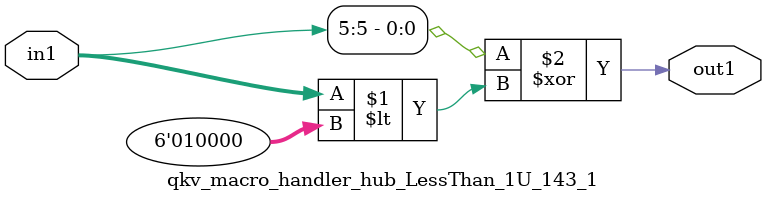
<source format=v>

`timescale 1ps / 1ps


module qkv_macro_handler_hub_LessThan_1U_143_1( in1, out1 );

    input [5:0] in1;
    output out1;

    
    // rtl_process:qkv_macro_handler_hub_LessThan_1U_11_1/qkv_macro_handler_hub_LessThan_1U_11_1_thread_1
    assign out1 = (in1[5] ^ in1 < 6'd16);

endmodule





</source>
